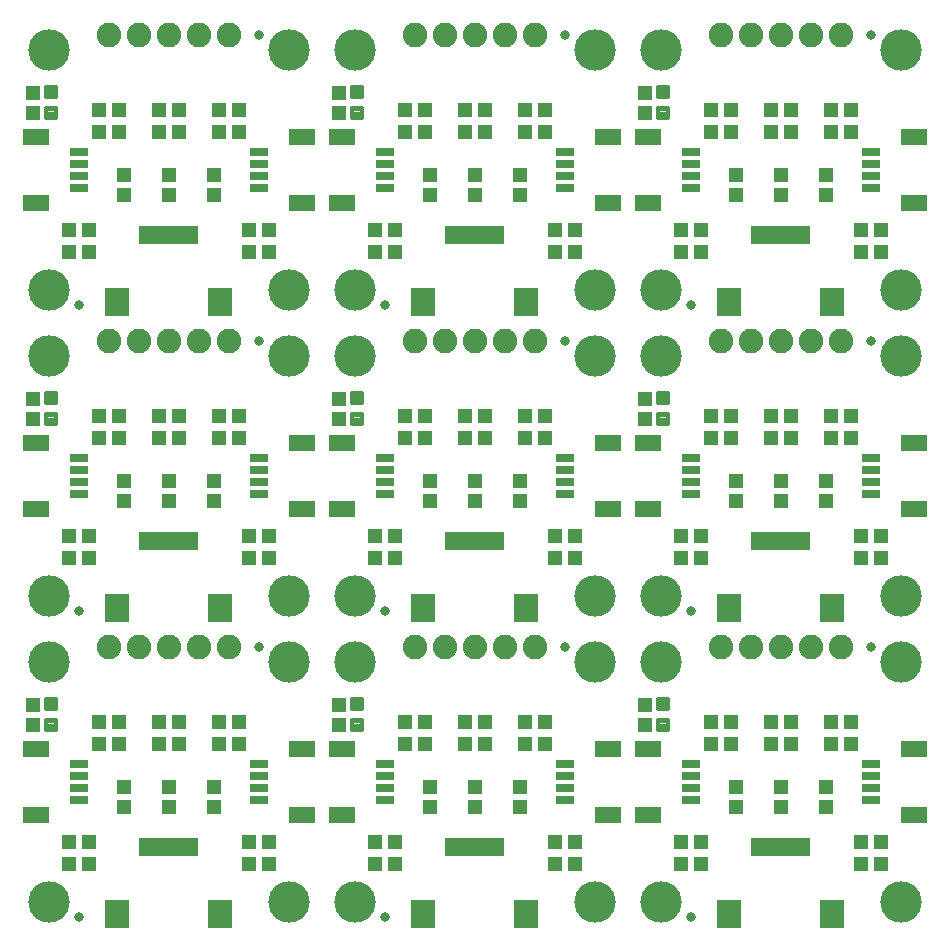
<source format=gts>
G75*
%MOIN*%
%OFA0B0*%
%FSLAX25Y25*%
%IPPOS*%
%LPD*%
%AMOC8*
5,1,8,0,0,1.08239X$1,22.5*
%
%ADD10R,0.05131X0.04737*%
%ADD11R,0.04737X0.05131*%
%ADD12R,0.08674X0.05524*%
%ADD13R,0.06115X0.03162*%
%ADD14C,0.13800*%
%ADD15C,0.03300*%
%ADD16C,0.08200*%
%ADD17R,0.01981X0.05918*%
%ADD18R,0.07887X0.09461*%
%ADD19C,0.01421*%
D10*
X0078154Y0085000D03*
X0084846Y0085000D03*
X0084846Y0092500D03*
X0078154Y0092500D03*
X0088154Y0125000D03*
X0094846Y0125000D03*
X0094846Y0132500D03*
X0088154Y0132500D03*
X0108154Y0132500D03*
X0114846Y0132500D03*
X0114846Y0125000D03*
X0108154Y0125000D03*
X0128154Y0125000D03*
X0134846Y0125000D03*
X0134846Y0132500D03*
X0128154Y0132500D03*
X0138154Y0092500D03*
X0144846Y0092500D03*
X0144846Y0085000D03*
X0138154Y0085000D03*
X0180154Y0085000D03*
X0186846Y0085000D03*
X0186846Y0092500D03*
X0180154Y0092500D03*
X0190154Y0125000D03*
X0196846Y0125000D03*
X0196846Y0132500D03*
X0190154Y0132500D03*
X0210154Y0132500D03*
X0216846Y0132500D03*
X0216846Y0125000D03*
X0210154Y0125000D03*
X0230154Y0125000D03*
X0236846Y0125000D03*
X0236846Y0132500D03*
X0230154Y0132500D03*
X0240154Y0092500D03*
X0246846Y0092500D03*
X0246846Y0085000D03*
X0240154Y0085000D03*
X0282154Y0085000D03*
X0282154Y0092500D03*
X0288846Y0092500D03*
X0288846Y0085000D03*
X0292154Y0125000D03*
X0298846Y0125000D03*
X0298846Y0132500D03*
X0292154Y0132500D03*
X0312154Y0132500D03*
X0318846Y0132500D03*
X0318846Y0125000D03*
X0312154Y0125000D03*
X0332154Y0125000D03*
X0338846Y0125000D03*
X0338846Y0132500D03*
X0332154Y0132500D03*
X0342154Y0092500D03*
X0342154Y0085000D03*
X0348846Y0085000D03*
X0348846Y0092500D03*
X0348846Y0187000D03*
X0348846Y0194500D03*
X0342154Y0194500D03*
X0342154Y0187000D03*
X0338846Y0227000D03*
X0332154Y0227000D03*
X0332154Y0234500D03*
X0338846Y0234500D03*
X0318846Y0234500D03*
X0312154Y0234500D03*
X0312154Y0227000D03*
X0318846Y0227000D03*
X0298846Y0227000D03*
X0292154Y0227000D03*
X0292154Y0234500D03*
X0298846Y0234500D03*
X0288846Y0194500D03*
X0288846Y0187000D03*
X0282154Y0187000D03*
X0282154Y0194500D03*
X0246846Y0194500D03*
X0240154Y0194500D03*
X0240154Y0187000D03*
X0246846Y0187000D03*
X0236846Y0227000D03*
X0230154Y0227000D03*
X0230154Y0234500D03*
X0236846Y0234500D03*
X0216846Y0234500D03*
X0210154Y0234500D03*
X0210154Y0227000D03*
X0216846Y0227000D03*
X0196846Y0227000D03*
X0190154Y0227000D03*
X0190154Y0234500D03*
X0196846Y0234500D03*
X0186846Y0194500D03*
X0180154Y0194500D03*
X0180154Y0187000D03*
X0186846Y0187000D03*
X0144846Y0187000D03*
X0138154Y0187000D03*
X0138154Y0194500D03*
X0144846Y0194500D03*
X0134846Y0227000D03*
X0128154Y0227000D03*
X0128154Y0234500D03*
X0134846Y0234500D03*
X0114846Y0234500D03*
X0108154Y0234500D03*
X0108154Y0227000D03*
X0114846Y0227000D03*
X0094846Y0227000D03*
X0088154Y0227000D03*
X0088154Y0234500D03*
X0094846Y0234500D03*
X0084846Y0194500D03*
X0078154Y0194500D03*
X0078154Y0187000D03*
X0084846Y0187000D03*
X0084846Y0289000D03*
X0078154Y0289000D03*
X0078154Y0296500D03*
X0084846Y0296500D03*
X0088154Y0329000D03*
X0094846Y0329000D03*
X0094846Y0336500D03*
X0088154Y0336500D03*
X0108154Y0336500D03*
X0114846Y0336500D03*
X0114846Y0329000D03*
X0108154Y0329000D03*
X0128154Y0329000D03*
X0134846Y0329000D03*
X0134846Y0336500D03*
X0128154Y0336500D03*
X0138154Y0296500D03*
X0144846Y0296500D03*
X0144846Y0289000D03*
X0138154Y0289000D03*
X0180154Y0289000D03*
X0186846Y0289000D03*
X0186846Y0296500D03*
X0180154Y0296500D03*
X0190154Y0329000D03*
X0196846Y0329000D03*
X0196846Y0336500D03*
X0190154Y0336500D03*
X0210154Y0336500D03*
X0216846Y0336500D03*
X0216846Y0329000D03*
X0210154Y0329000D03*
X0230154Y0329000D03*
X0236846Y0329000D03*
X0236846Y0336500D03*
X0230154Y0336500D03*
X0240154Y0296500D03*
X0246846Y0296500D03*
X0246846Y0289000D03*
X0240154Y0289000D03*
X0282154Y0289000D03*
X0288846Y0289000D03*
X0288846Y0296500D03*
X0282154Y0296500D03*
X0292154Y0329000D03*
X0298846Y0329000D03*
X0298846Y0336500D03*
X0292154Y0336500D03*
X0312154Y0336500D03*
X0318846Y0336500D03*
X0318846Y0329000D03*
X0312154Y0329000D03*
X0332154Y0329000D03*
X0338846Y0329000D03*
X0338846Y0336500D03*
X0332154Y0336500D03*
X0342154Y0296500D03*
X0348846Y0296500D03*
X0348846Y0289000D03*
X0342154Y0289000D03*
D11*
X0330500Y0308154D03*
X0330500Y0314846D03*
X0315500Y0314846D03*
X0315500Y0308154D03*
X0300500Y0308154D03*
X0300500Y0314846D03*
X0270224Y0335594D03*
X0270224Y0342287D03*
X0228500Y0314846D03*
X0228500Y0308154D03*
X0213500Y0308154D03*
X0213500Y0314846D03*
X0198500Y0314846D03*
X0198500Y0308154D03*
X0168224Y0335594D03*
X0168224Y0342287D03*
X0126500Y0314846D03*
X0126500Y0308154D03*
X0111500Y0308154D03*
X0111500Y0314846D03*
X0096500Y0314846D03*
X0096500Y0308154D03*
X0066224Y0335594D03*
X0066224Y0342287D03*
X0066224Y0240287D03*
X0066224Y0233594D03*
X0096500Y0212846D03*
X0096500Y0206154D03*
X0111500Y0206154D03*
X0111500Y0212846D03*
X0126500Y0212846D03*
X0126500Y0206154D03*
X0168224Y0233594D03*
X0168224Y0240287D03*
X0198500Y0212846D03*
X0198500Y0206154D03*
X0213500Y0206154D03*
X0213500Y0212846D03*
X0228500Y0212846D03*
X0228500Y0206154D03*
X0270224Y0233594D03*
X0270224Y0240287D03*
X0300500Y0212846D03*
X0300500Y0206154D03*
X0315500Y0206154D03*
X0315500Y0212846D03*
X0330500Y0212846D03*
X0330500Y0206154D03*
X0270224Y0138287D03*
X0270224Y0131594D03*
X0300500Y0110846D03*
X0300500Y0104154D03*
X0315500Y0104154D03*
X0315500Y0110846D03*
X0330500Y0110846D03*
X0330500Y0104154D03*
X0228500Y0104154D03*
X0228500Y0110846D03*
X0213500Y0110846D03*
X0213500Y0104154D03*
X0198500Y0104154D03*
X0198500Y0110846D03*
X0168224Y0131594D03*
X0168224Y0138287D03*
X0126500Y0110846D03*
X0126500Y0104154D03*
X0111500Y0104154D03*
X0111500Y0110846D03*
X0096500Y0110846D03*
X0096500Y0104154D03*
X0066224Y0131594D03*
X0066224Y0138287D03*
D12*
X0067031Y0123524D03*
X0067031Y0101476D03*
X0155969Y0101476D03*
X0169031Y0101476D03*
X0169031Y0123524D03*
X0155969Y0123524D03*
X0155969Y0203476D03*
X0169031Y0203476D03*
X0169031Y0225524D03*
X0155969Y0225524D03*
X0155969Y0305476D03*
X0169031Y0305476D03*
X0169031Y0327524D03*
X0155969Y0327524D03*
X0067031Y0327524D03*
X0067031Y0305476D03*
X0067031Y0225524D03*
X0067031Y0203476D03*
X0257969Y0203476D03*
X0271031Y0203476D03*
X0271031Y0225524D03*
X0257969Y0225524D03*
X0257969Y0305476D03*
X0271031Y0305476D03*
X0271031Y0327524D03*
X0257969Y0327524D03*
X0359969Y0327524D03*
X0359969Y0305476D03*
X0359969Y0225524D03*
X0359969Y0203476D03*
X0359969Y0123524D03*
X0359969Y0101476D03*
X0271031Y0101476D03*
X0257969Y0101476D03*
X0257969Y0123524D03*
X0271031Y0123524D03*
D13*
X0285500Y0118406D03*
X0285500Y0114469D03*
X0285500Y0110531D03*
X0285500Y0106594D03*
X0243500Y0106594D03*
X0243500Y0110531D03*
X0243500Y0114469D03*
X0243500Y0118406D03*
X0183500Y0118406D03*
X0183500Y0114469D03*
X0183500Y0110531D03*
X0183500Y0106594D03*
X0141500Y0106594D03*
X0141500Y0110531D03*
X0141500Y0114469D03*
X0141500Y0118406D03*
X0081500Y0118406D03*
X0081500Y0114469D03*
X0081500Y0110531D03*
X0081500Y0106594D03*
X0081500Y0208594D03*
X0081500Y0212531D03*
X0081500Y0216469D03*
X0081500Y0220406D03*
X0141500Y0220406D03*
X0141500Y0216469D03*
X0141500Y0212531D03*
X0141500Y0208594D03*
X0183500Y0208594D03*
X0183500Y0212531D03*
X0183500Y0216469D03*
X0183500Y0220406D03*
X0243500Y0220406D03*
X0243500Y0216469D03*
X0243500Y0212531D03*
X0243500Y0208594D03*
X0285500Y0208594D03*
X0285500Y0212531D03*
X0285500Y0216469D03*
X0285500Y0220406D03*
X0345500Y0220406D03*
X0345500Y0216469D03*
X0345500Y0212531D03*
X0345500Y0208594D03*
X0345500Y0118406D03*
X0345500Y0114469D03*
X0345500Y0110531D03*
X0345500Y0106594D03*
X0345500Y0310594D03*
X0345500Y0314531D03*
X0345500Y0318469D03*
X0345500Y0322406D03*
X0285500Y0322406D03*
X0285500Y0318469D03*
X0285500Y0314531D03*
X0285500Y0310594D03*
X0243500Y0310594D03*
X0243500Y0314531D03*
X0243500Y0318469D03*
X0243500Y0322406D03*
X0183500Y0322406D03*
X0183500Y0318469D03*
X0183500Y0314531D03*
X0183500Y0310594D03*
X0141500Y0310594D03*
X0141500Y0314531D03*
X0141500Y0318469D03*
X0141500Y0322406D03*
X0081500Y0322406D03*
X0081500Y0318469D03*
X0081500Y0314531D03*
X0081500Y0310594D03*
D14*
X0071500Y0072500D03*
X0071500Y0152500D03*
X0071500Y0174500D03*
X0071500Y0254500D03*
X0071500Y0276500D03*
X0071500Y0356500D03*
X0151500Y0356500D03*
X0173500Y0356500D03*
X0173500Y0276500D03*
X0173500Y0254500D03*
X0151500Y0254500D03*
X0151500Y0276500D03*
X0151500Y0174500D03*
X0151500Y0152500D03*
X0173500Y0152500D03*
X0173500Y0174500D03*
X0253500Y0174500D03*
X0253500Y0152500D03*
X0275500Y0152500D03*
X0275500Y0174500D03*
X0275500Y0254500D03*
X0275500Y0276500D03*
X0253500Y0276500D03*
X0253500Y0254500D03*
X0253500Y0356500D03*
X0275500Y0356500D03*
X0355500Y0356500D03*
X0355500Y0276500D03*
X0355500Y0254500D03*
X0355500Y0174500D03*
X0355500Y0152500D03*
X0355500Y0072500D03*
X0275500Y0072500D03*
X0253500Y0072500D03*
X0173500Y0072500D03*
X0151500Y0072500D03*
D15*
X0183500Y0067500D03*
X0141500Y0157500D03*
X0183500Y0169500D03*
X0243500Y0157500D03*
X0285500Y0169500D03*
X0345500Y0157500D03*
X0285500Y0067500D03*
X0243500Y0259500D03*
X0285500Y0271500D03*
X0345500Y0259500D03*
X0345500Y0361500D03*
X0243500Y0361500D03*
X0183500Y0271500D03*
X0141500Y0259500D03*
X0081500Y0271500D03*
X0141500Y0361500D03*
X0081500Y0169500D03*
X0081500Y0067500D03*
D16*
X0091500Y0157500D03*
X0101500Y0157500D03*
X0111500Y0157500D03*
X0121500Y0157500D03*
X0131500Y0157500D03*
X0193500Y0157500D03*
X0203500Y0157500D03*
X0213500Y0157500D03*
X0223500Y0157500D03*
X0233500Y0157500D03*
X0295500Y0157500D03*
X0305500Y0157500D03*
X0315500Y0157500D03*
X0325500Y0157500D03*
X0335500Y0157500D03*
X0335500Y0259500D03*
X0325500Y0259500D03*
X0315500Y0259500D03*
X0305500Y0259500D03*
X0295500Y0259500D03*
X0233500Y0259500D03*
X0223500Y0259500D03*
X0213500Y0259500D03*
X0203500Y0259500D03*
X0193500Y0259500D03*
X0131500Y0259500D03*
X0121500Y0259500D03*
X0111500Y0259500D03*
X0101500Y0259500D03*
X0091500Y0259500D03*
X0091500Y0361500D03*
X0101500Y0361500D03*
X0111500Y0361500D03*
X0121500Y0361500D03*
X0131500Y0361500D03*
X0193500Y0361500D03*
X0203500Y0361500D03*
X0213500Y0361500D03*
X0223500Y0361500D03*
X0233500Y0361500D03*
X0295500Y0361500D03*
X0305500Y0361500D03*
X0315500Y0361500D03*
X0325500Y0361500D03*
X0335500Y0361500D03*
D17*
X0324161Y0294886D03*
X0322193Y0294886D03*
X0320224Y0294886D03*
X0318256Y0294886D03*
X0316287Y0294886D03*
X0314319Y0294886D03*
X0312350Y0294886D03*
X0310382Y0294886D03*
X0308413Y0294886D03*
X0306445Y0294886D03*
X0222161Y0294886D03*
X0220193Y0294886D03*
X0218224Y0294886D03*
X0216256Y0294886D03*
X0214287Y0294886D03*
X0212319Y0294886D03*
X0210350Y0294886D03*
X0208382Y0294886D03*
X0206413Y0294886D03*
X0204445Y0294886D03*
X0120161Y0294886D03*
X0118193Y0294886D03*
X0116224Y0294886D03*
X0114256Y0294886D03*
X0112287Y0294886D03*
X0110319Y0294886D03*
X0108350Y0294886D03*
X0106382Y0294886D03*
X0104413Y0294886D03*
X0102445Y0294886D03*
X0102445Y0192886D03*
X0104413Y0192886D03*
X0106382Y0192886D03*
X0108350Y0192886D03*
X0110319Y0192886D03*
X0112287Y0192886D03*
X0114256Y0192886D03*
X0116224Y0192886D03*
X0118193Y0192886D03*
X0120161Y0192886D03*
X0204445Y0192886D03*
X0206413Y0192886D03*
X0208382Y0192886D03*
X0210350Y0192886D03*
X0212319Y0192886D03*
X0214287Y0192886D03*
X0216256Y0192886D03*
X0218224Y0192886D03*
X0220193Y0192886D03*
X0222161Y0192886D03*
X0306445Y0192886D03*
X0308413Y0192886D03*
X0310382Y0192886D03*
X0312350Y0192886D03*
X0314319Y0192886D03*
X0316287Y0192886D03*
X0318256Y0192886D03*
X0320224Y0192886D03*
X0322193Y0192886D03*
X0324161Y0192886D03*
X0324161Y0090886D03*
X0322193Y0090886D03*
X0320224Y0090886D03*
X0318256Y0090886D03*
X0316287Y0090886D03*
X0314319Y0090886D03*
X0312350Y0090886D03*
X0310382Y0090886D03*
X0308413Y0090886D03*
X0306445Y0090886D03*
X0222161Y0090886D03*
X0220193Y0090886D03*
X0218224Y0090886D03*
X0216256Y0090886D03*
X0214287Y0090886D03*
X0212319Y0090886D03*
X0210350Y0090886D03*
X0208382Y0090886D03*
X0206413Y0090886D03*
X0204445Y0090886D03*
X0120161Y0090886D03*
X0118193Y0090886D03*
X0116224Y0090886D03*
X0114256Y0090886D03*
X0112287Y0090886D03*
X0110319Y0090886D03*
X0108350Y0090886D03*
X0106382Y0090886D03*
X0104413Y0090886D03*
X0102445Y0090886D03*
D18*
X0094177Y0068445D03*
X0128429Y0068445D03*
X0196177Y0068445D03*
X0230429Y0068445D03*
X0298177Y0068445D03*
X0332429Y0068445D03*
X0332429Y0170445D03*
X0298177Y0170445D03*
X0230429Y0170445D03*
X0196177Y0170445D03*
X0128429Y0170445D03*
X0094177Y0170445D03*
X0094177Y0272445D03*
X0128429Y0272445D03*
X0196177Y0272445D03*
X0230429Y0272445D03*
X0298177Y0272445D03*
X0332429Y0272445D03*
D19*
X0277788Y0242052D02*
X0274472Y0242052D01*
X0277788Y0242052D02*
X0277788Y0238736D01*
X0274472Y0238736D01*
X0274472Y0242052D01*
X0274472Y0240156D02*
X0277788Y0240156D01*
X0277788Y0241576D02*
X0274472Y0241576D01*
X0274472Y0235146D02*
X0277788Y0235146D01*
X0277788Y0231830D01*
X0274472Y0231830D01*
X0274472Y0235146D01*
X0274472Y0233250D02*
X0277788Y0233250D01*
X0277788Y0234670D02*
X0274472Y0234670D01*
X0274472Y0140052D02*
X0277788Y0140052D01*
X0277788Y0136736D01*
X0274472Y0136736D01*
X0274472Y0140052D01*
X0274472Y0138156D02*
X0277788Y0138156D01*
X0277788Y0139576D02*
X0274472Y0139576D01*
X0274472Y0133146D02*
X0277788Y0133146D01*
X0277788Y0129830D01*
X0274472Y0129830D01*
X0274472Y0133146D01*
X0274472Y0131250D02*
X0277788Y0131250D01*
X0277788Y0132670D02*
X0274472Y0132670D01*
X0175788Y0133146D02*
X0172472Y0133146D01*
X0175788Y0133146D02*
X0175788Y0129830D01*
X0172472Y0129830D01*
X0172472Y0133146D01*
X0172472Y0131250D02*
X0175788Y0131250D01*
X0175788Y0132670D02*
X0172472Y0132670D01*
X0172472Y0140052D02*
X0175788Y0140052D01*
X0175788Y0136736D01*
X0172472Y0136736D01*
X0172472Y0140052D01*
X0172472Y0138156D02*
X0175788Y0138156D01*
X0175788Y0139576D02*
X0172472Y0139576D01*
X0172472Y0235146D02*
X0175788Y0235146D01*
X0175788Y0231830D01*
X0172472Y0231830D01*
X0172472Y0235146D01*
X0172472Y0233250D02*
X0175788Y0233250D01*
X0175788Y0234670D02*
X0172472Y0234670D01*
X0172472Y0242052D02*
X0175788Y0242052D01*
X0175788Y0238736D01*
X0172472Y0238736D01*
X0172472Y0242052D01*
X0172472Y0240156D02*
X0175788Y0240156D01*
X0175788Y0241576D02*
X0172472Y0241576D01*
X0172472Y0337146D02*
X0175788Y0337146D01*
X0175788Y0333830D01*
X0172472Y0333830D01*
X0172472Y0337146D01*
X0172472Y0335250D02*
X0175788Y0335250D01*
X0175788Y0336670D02*
X0172472Y0336670D01*
X0172472Y0344052D02*
X0175788Y0344052D01*
X0175788Y0340736D01*
X0172472Y0340736D01*
X0172472Y0344052D01*
X0172472Y0342156D02*
X0175788Y0342156D01*
X0175788Y0343576D02*
X0172472Y0343576D01*
X0073788Y0344052D02*
X0070472Y0344052D01*
X0073788Y0344052D02*
X0073788Y0340736D01*
X0070472Y0340736D01*
X0070472Y0344052D01*
X0070472Y0342156D02*
X0073788Y0342156D01*
X0073788Y0343576D02*
X0070472Y0343576D01*
X0070472Y0337146D02*
X0073788Y0337146D01*
X0073788Y0333830D01*
X0070472Y0333830D01*
X0070472Y0337146D01*
X0070472Y0335250D02*
X0073788Y0335250D01*
X0073788Y0336670D02*
X0070472Y0336670D01*
X0070472Y0242052D02*
X0073788Y0242052D01*
X0073788Y0238736D01*
X0070472Y0238736D01*
X0070472Y0242052D01*
X0070472Y0240156D02*
X0073788Y0240156D01*
X0073788Y0241576D02*
X0070472Y0241576D01*
X0070472Y0235146D02*
X0073788Y0235146D01*
X0073788Y0231830D01*
X0070472Y0231830D01*
X0070472Y0235146D01*
X0070472Y0233250D02*
X0073788Y0233250D01*
X0073788Y0234670D02*
X0070472Y0234670D01*
X0070472Y0140052D02*
X0073788Y0140052D01*
X0073788Y0136736D01*
X0070472Y0136736D01*
X0070472Y0140052D01*
X0070472Y0138156D02*
X0073788Y0138156D01*
X0073788Y0139576D02*
X0070472Y0139576D01*
X0070472Y0133146D02*
X0073788Y0133146D01*
X0073788Y0129830D01*
X0070472Y0129830D01*
X0070472Y0133146D01*
X0070472Y0131250D02*
X0073788Y0131250D01*
X0073788Y0132670D02*
X0070472Y0132670D01*
X0274472Y0337146D02*
X0277788Y0337146D01*
X0277788Y0333830D01*
X0274472Y0333830D01*
X0274472Y0337146D01*
X0274472Y0335250D02*
X0277788Y0335250D01*
X0277788Y0336670D02*
X0274472Y0336670D01*
X0274472Y0344052D02*
X0277788Y0344052D01*
X0277788Y0340736D01*
X0274472Y0340736D01*
X0274472Y0344052D01*
X0274472Y0342156D02*
X0277788Y0342156D01*
X0277788Y0343576D02*
X0274472Y0343576D01*
M02*

</source>
